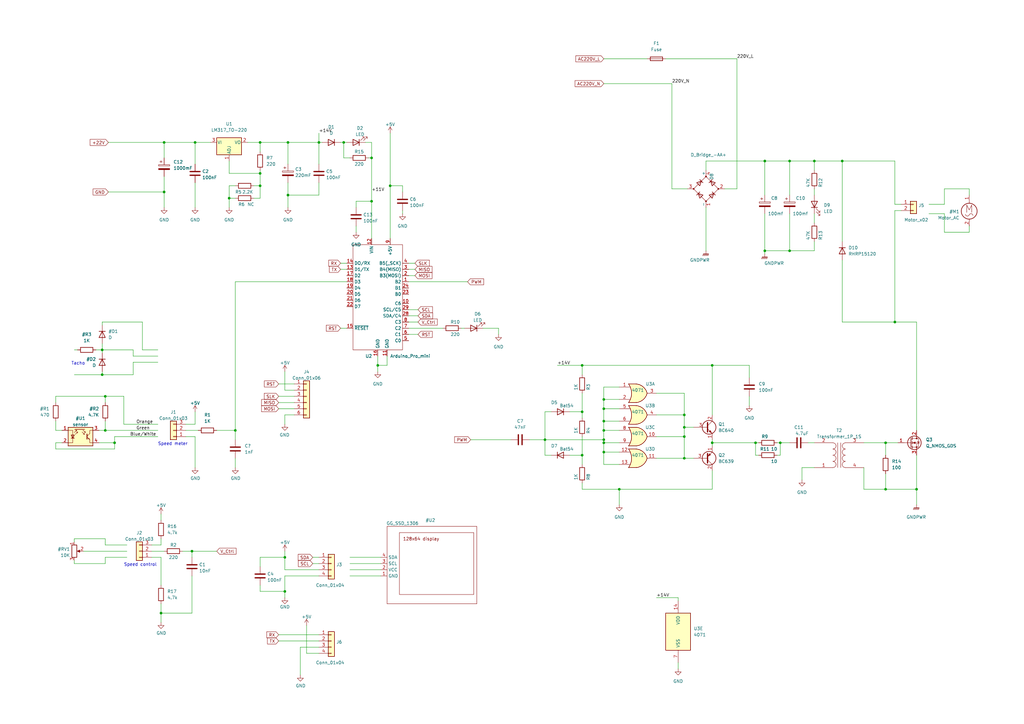
<source format=kicad_sch>
(kicad_sch (version 20211123) (generator eeschema)
  (paper "A3")
  (junction (at 116.84 228.6))
  (junction (at 116.84 242.57))
  (junction (at 118.11 80.01))
  (junction (at 323.85 102.87))
  (junction (at 247.65 176.53))
  (junction (at 247.65 163.83))
  (junction (at 41.91 153.67))
  (junction (at 280.67 175.26))
  (junction (at 247.65 180.34))
  (junction (at 130.81 58.42))
  (junction (at 320.04 181.61))
  (junction (at 313.69 66.04))
  (junction (at 43.18 176.53))
  (junction (at 280.67 179.07))
  (junction (at 292.1 149.86))
  (junction (at 363.22 181.61))
  (junction (at 152.4 82.55))
  (junction (at 334.01 66.04))
  (junction (at 309.88 181.61))
  (junction (at 247.65 181.61))
  (junction (at 292.1 181.61))
  (junction (at 363.22 200.66))
  (junction (at 152.4 64.77))
  (junction (at 93.98 81.28))
  (junction (at 67.31 78.74))
  (junction (at 106.68 58.42))
  (junction (at 238.76 149.86))
  (junction (at 140.97 58.42))
  (junction (at 66.04 251.46))
  (junction (at 43.18 162.56))
  (junction (at 323.85 66.04))
  (junction (at 67.31 58.42))
  (junction (at 375.92 200.66))
  (junction (at 367.03 132.08))
  (junction (at 280.67 187.96))
  (junction (at 223.52 180.34))
  (junction (at 247.65 185.42))
  (junction (at 280.67 170.18))
  (junction (at 41.91 143.51))
  (junction (at 106.68 71.12))
  (junction (at 238.76 168.91))
  (junction (at 106.68 76.2))
  (junction (at 78.74 226.06))
  (junction (at 154.94 149.86))
  (junction (at 80.01 58.42))
  (junction (at 96.52 176.53))
  (junction (at 313.69 102.87))
  (junction (at 118.11 58.42))
  (junction (at 254 200.66))
  (junction (at 345.44 66.04))
  (junction (at 160.02 76.2))
  (junction (at 247.65 172.72))
  (junction (at 46.99 181.61))
  (junction (at 238.76 186.69))
  (junction (at 247.65 167.64))
  (wire (pts (xy 50.8 173.99) (xy 64.77 173.99)))
  (wire (pts (xy 66.04 223.52) (xy 62.23 223.52)))
  (wire (pts (xy 387.35 77.47) (xy 387.35 83.82)))
  (wire (pts (xy 80.01 58.42) (xy 80.01 67.31)))
  (wire (pts (xy 43.18 220.98) (xy 43.18 223.52)))
  (wire (pts (xy 204.47 134.62) (xy 204.47 137.16)))
  (wire (pts (xy 76.2 179.07) (xy 80.01 179.07)))
  (wire (pts (xy 165.1 78.74) (xy 165.1 76.2)))
  (wire (pts (xy 120.65 157.48) (xy 114.3 157.48)))
  (wire (pts (xy 167.64 113.03) (xy 170.18 113.03)))
  (wire (pts (xy 96.52 187.96) (xy 96.52 191.77)))
  (wire (pts (xy 66.04 210.82) (xy 66.04 213.36)))
  (wire (pts (xy 160.02 76.2) (xy 165.1 76.2)))
  (wire (pts (xy 313.69 66.04) (xy 313.69 80.01)))
  (wire (pts (xy 367.03 86.36) (xy 367.03 132.08)))
  (wire (pts (xy 46.99 181.61) (xy 46.99 179.07)))
  (wire (pts (xy 375.92 200.66) (xy 375.92 207.01)))
  (wire (pts (xy 106.68 232.41) (xy 106.68 228.6)))
  (wire (pts (xy 46.99 184.15) (xy 46.99 181.61)))
  (wire (pts (xy 116.84 233.68) (xy 116.84 228.6)))
  (wire (pts (xy 101.6 58.42) (xy 106.68 58.42)))
  (wire (pts (xy 66.04 228.6) (xy 66.04 240.03)))
  (wire (pts (xy 43.18 162.56) (xy 43.18 165.1)))
  (wire (pts (xy 22.86 162.56) (xy 43.18 162.56)))
  (wire (pts (xy 116.84 245.11) (xy 116.84 242.57)))
  (wire (pts (xy 302.26 24.13) (xy 302.26 77.47)))
  (wire (pts (xy 125.73 267.97) (xy 130.81 267.97)))
  (wire (pts (xy 106.68 58.42) (xy 118.11 58.42)))
  (wire (pts (xy 292.1 181.61) (xy 309.88 181.61)))
  (wire (pts (xy 233.68 168.91) (xy 238.76 168.91)))
  (wire (pts (xy 247.65 181.61) (xy 254 181.61)))
  (wire (pts (xy 93.98 81.28) (xy 93.98 85.09)))
  (wire (pts (xy 78.74 236.22) (xy 78.74 251.46)))
  (wire (pts (xy 118.11 58.42) (xy 130.81 58.42)))
  (wire (pts (xy 292.1 180.34) (xy 292.1 181.61)))
  (wire (pts (xy 80.01 58.42) (xy 86.36 58.42)))
  (wire (pts (xy 96.52 76.2) (xy 93.98 76.2)))
  (wire (pts (xy 78.74 226.06) (xy 88.9 226.06)))
  (wire (pts (xy 67.31 58.42) (xy 80.01 58.42)))
  (wire (pts (xy 334.01 102.87) (xy 323.85 102.87)))
  (wire (pts (xy 43.18 223.52) (xy 52.07 223.52)))
  (wire (pts (xy 167.64 127) (xy 171.45 127)))
  (wire (pts (xy 154.94 149.86) (xy 154.94 152.4)))
  (wire (pts (xy 22.86 181.61) (xy 22.86 184.15)))
  (wire (pts (xy 278.13 271.78) (xy 278.13 274.32)))
  (wire (pts (xy 238.76 149.86) (xy 292.1 149.86)))
  (wire (pts (xy 80.01 173.99) (xy 76.2 173.99)))
  (wire (pts (xy 292.1 149.86) (xy 307.34 149.86)))
  (wire (pts (xy 247.65 185.42) (xy 247.65 190.5)))
  (wire (pts (xy 292.1 149.86) (xy 292.1 170.18)))
  (wire (pts (xy 345.44 66.04) (xy 345.44 99.06)))
  (wire (pts (xy 167.64 129.54) (xy 171.45 129.54)))
  (wire (pts (xy 116.84 152.4) (xy 116.84 160.02)))
  (wire (pts (xy 106.68 76.2) (xy 104.14 76.2)))
  (wire (pts (xy 41.91 143.51) (xy 41.91 140.97)))
  (wire (pts (xy 345.44 132.08) (xy 367.03 132.08)))
  (wire (pts (xy 238.76 200.66) (xy 254 200.66)))
  (wire (pts (xy 62.23 226.06) (xy 67.31 226.06)))
  (wire (pts (xy 238.76 186.69) (xy 238.76 190.5)))
  (wire (pts (xy 323.85 66.04) (xy 334.01 66.04)))
  (wire (pts (xy 167.64 134.62) (xy 181.61 134.62)))
  (wire (pts (xy 363.22 194.31) (xy 363.22 200.66)))
  (wire (pts (xy 167.64 107.95) (xy 170.18 107.95)))
  (wire (pts (xy 233.68 186.69) (xy 238.76 186.69)))
  (wire (pts (xy 363.22 200.66) (xy 375.92 200.66)))
  (wire (pts (xy 43.18 231.14) (xy 43.18 228.6)))
  (wire (pts (xy 247.65 163.83) (xy 254 163.83)))
  (wire (pts (xy 247.65 180.34) (xy 247.65 181.61)))
  (wire (pts (xy 62.23 228.6) (xy 66.04 228.6)))
  (wire (pts (xy 130.81 58.42) (xy 130.81 67.31)))
  (wire (pts (xy 323.85 66.04) (xy 313.69 66.04)))
  (wire (pts (xy 149.86 58.42) (xy 152.4 58.42)))
  (wire (pts (xy 269.24 187.96) (xy 280.67 187.96)))
  (wire (pts (xy 146.05 85.09) (xy 146.05 82.55)))
  (wire (pts (xy 280.67 175.26) (xy 284.48 175.26)))
  (wire (pts (xy 247.65 181.61) (xy 247.65 185.42)))
  (wire (pts (xy 334.01 87.63) (xy 334.01 91.44)))
  (wire (pts (xy 313.69 102.87) (xy 323.85 102.87)))
  (wire (pts (xy 313.69 87.63) (xy 313.69 102.87)))
  (wire (pts (xy 167.64 110.49) (xy 170.18 110.49)))
  (wire (pts (xy 269.24 179.07) (xy 280.67 179.07)))
  (wire (pts (xy 323.85 66.04) (xy 323.85 80.01)))
  (wire (pts (xy 96.52 176.53) (xy 96.52 115.57)))
  (wire (pts (xy 367.03 83.82) (xy 369.57 83.82)))
  (wire (pts (xy 54.61 146.05) (xy 64.77 146.05)))
  (wire (pts (xy 106.68 228.6) (xy 116.84 228.6)))
  (wire (pts (xy 309.88 181.61) (xy 309.88 186.69)))
  (wire (pts (xy 387.35 95.25) (xy 387.35 87.63)))
  (wire (pts (xy 118.11 74.93) (xy 118.11 80.01)))
  (wire (pts (xy 381 83.82) (xy 387.35 83.82)))
  (wire (pts (xy 238.76 179.07) (xy 238.76 186.69)))
  (wire (pts (xy 334.01 66.04) (xy 334.01 69.85)))
  (wire (pts (xy 125.73 256.54) (xy 125.73 267.97)))
  (wire (pts (xy 139.7 110.49) (xy 142.24 110.49)))
  (wire (pts (xy 146.05 82.55) (xy 152.4 82.55)))
  (wire (pts (xy 130.81 265.43) (xy 123.19 265.43)))
  (wire (pts (xy 397.51 80.01) (xy 397.51 77.47)))
  (wire (pts (xy 152.4 82.55) (xy 152.4 64.77)))
  (wire (pts (xy 223.52 180.34) (xy 223.52 186.69)))
  (wire (pts (xy 307.34 149.86) (xy 307.34 154.94)))
  (wire (pts (xy 116.84 236.22) (xy 130.81 236.22)))
  (wire (pts (xy 44.45 78.74) (xy 67.31 78.74)))
  (wire (pts (xy 93.98 66.04) (xy 93.98 71.12)))
  (wire (pts (xy 223.52 186.69) (xy 226.06 186.69)))
  (wire (pts (xy 22.86 172.72) (xy 22.86 176.53)))
  (wire (pts (xy 128.27 228.6) (xy 130.81 228.6)))
  (wire (pts (xy 139.7 107.95) (xy 142.24 107.95)))
  (wire (pts (xy 247.65 167.64) (xy 254 167.64)))
  (wire (pts (xy 41.91 132.08) (xy 41.91 133.35)))
  (wire (pts (xy 30.48 231.14) (xy 43.18 231.14)))
  (wire (pts (xy 375.92 176.53) (xy 375.92 132.08)))
  (wire (pts (xy 307.34 162.56) (xy 307.34 166.37)))
  (wire (pts (xy 54.61 148.59) (xy 54.61 153.67)))
  (wire (pts (xy 130.81 74.93) (xy 130.81 80.01)))
  (wire (pts (xy 318.77 186.69) (xy 320.04 186.69)))
  (wire (pts (xy 74.93 226.06) (xy 78.74 226.06)))
  (wire (pts (xy 238.76 168.91) (xy 238.76 171.45)))
  (wire (pts (xy 58.42 132.08) (xy 58.42 143.51)))
  (wire (pts (xy 93.98 76.2) (xy 93.98 81.28)))
  (wire (pts (xy 120.65 170.18) (xy 116.84 170.18)))
  (wire (pts (xy 128.27 231.14) (xy 130.81 231.14)))
  (wire (pts (xy 143.51 228.6) (xy 156.21 228.6)))
  (wire (pts (xy 280.67 179.07) (xy 280.67 187.96)))
  (wire (pts (xy 80.01 168.91) (xy 80.01 173.99)))
  (wire (pts (xy 247.65 176.53) (xy 247.65 180.34)))
  (wire (pts (xy 130.81 58.42) (xy 132.08 58.42)))
  (wire (pts (xy 116.84 233.68) (xy 130.81 233.68)))
  (wire (pts (xy 30.48 229.87) (xy 30.48 231.14)))
  (wire (pts (xy 345.44 66.04) (xy 367.03 66.04)))
  (wire (pts (xy 151.13 64.77) (xy 152.4 64.77)))
  (wire (pts (xy 247.65 34.29) (xy 275.59 34.29)))
  (wire (pts (xy 238.76 161.29) (xy 238.76 168.91)))
  (wire (pts (xy 331.47 181.61) (xy 334.01 181.61)))
  (wire (pts (xy 66.04 220.98) (xy 66.04 223.52)))
  (wire (pts (xy 334.01 99.06) (xy 334.01 102.87)))
  (wire (pts (xy 375.92 132.08) (xy 367.03 132.08)))
  (wire (pts (xy 247.65 172.72) (xy 254 172.72)))
  (wire (pts (xy 78.74 251.46) (xy 66.04 251.46)))
  (wire (pts (xy 93.98 81.28) (xy 96.52 81.28)))
  (wire (pts (xy 289.56 66.04) (xy 313.69 66.04)))
  (wire (pts (xy 40.64 181.61) (xy 46.99 181.61)))
  (wire (pts (xy 120.65 165.1) (xy 114.3 165.1)))
  (wire (pts (xy 67.31 64.77) (xy 67.31 58.42)))
  (wire (pts (xy 96.52 115.57) (xy 142.24 115.57)))
  (wire (pts (xy 39.37 143.51) (xy 41.91 143.51)))
  (wire (pts (xy 116.84 170.18) (xy 116.84 173.99)))
  (wire (pts (xy 139.7 134.62) (xy 142.24 134.62)))
  (wire (pts (xy 54.61 148.59) (xy 64.77 148.59)))
  (wire (pts (xy 247.65 24.13) (xy 265.43 24.13)))
  (wire (pts (xy 143.51 231.14) (xy 156.21 231.14)))
  (wire (pts (xy 106.68 242.57) (xy 116.84 242.57)))
  (wire (pts (xy 146.05 92.71) (xy 146.05 95.25)))
  (wire (pts (xy 254 200.66) (xy 292.1 200.66)))
  (wire (pts (xy 397.51 95.25) (xy 387.35 95.25)))
  (wire (pts (xy 158.75 146.05) (xy 158.75 149.86)))
  (wire (pts (xy 397.51 77.47) (xy 387.35 77.47)))
  (wire (pts (xy 280.67 175.26) (xy 280.67 179.07)))
  (wire (pts (xy 76.2 176.53) (xy 81.28 176.53)))
  (wire (pts (xy 167.64 132.08) (xy 171.45 132.08)))
  (wire (pts (xy 320.04 186.69) (xy 320.04 181.61)))
  (wire (pts (xy 30.48 153.67) (xy 41.91 153.67)))
  (wire (pts (xy 41.91 153.67) (xy 54.61 153.67)))
  (wire (pts (xy 354.33 200.66) (xy 363.22 200.66)))
  (wire (pts (xy 345.44 106.68) (xy 345.44 132.08)))
  (wire (pts (xy 93.98 71.12) (xy 106.68 71.12)))
  (wire (pts (xy 106.68 58.42) (xy 106.68 62.23)))
  (wire (pts (xy 381 87.63) (xy 387.35 87.63)))
  (wire (pts (xy 160.02 76.2) (xy 160.02 97.79)))
  (wire (pts (xy 275.59 34.29) (xy 275.59 77.47)))
  (wire (pts (xy 367.03 83.82) (xy 367.03 66.04)))
  (wire (pts (xy 116.84 228.6) (xy 116.84 226.06)))
  (wire (pts (xy 328.93 191.77) (xy 328.93 196.85)))
  (wire (pts (xy 22.86 176.53) (xy 25.4 176.53)))
  (wire (pts (xy 280.67 161.29) (xy 280.67 170.18)))
  (wire (pts (xy 323.85 87.63) (xy 323.85 102.87)))
  (wire (pts (xy 41.91 143.51) (xy 54.61 143.51)))
  (wire (pts (xy 280.67 187.96) (xy 284.48 187.96)))
  (wire (pts (xy 106.68 81.28) (xy 106.68 76.2)))
  (wire (pts (xy 289.56 85.09) (xy 289.56 102.87)))
  (wire (pts (xy 309.88 181.61) (xy 311.15 181.61)))
  (wire (pts (xy 247.65 163.83) (xy 247.65 167.64)))
  (wire (pts (xy 40.64 176.53) (xy 43.18 176.53)))
  (wire (pts (xy 116.84 242.57) (xy 116.84 236.22)))
  (wire (pts (xy 123.19 265.43) (xy 123.19 276.86)))
  (wire (pts (xy 118.11 58.42) (xy 118.11 67.31)))
  (wire (pts (xy 228.6 149.86) (xy 238.76 149.86)))
  (wire (pts (xy 280.67 170.18) (xy 280.67 175.26)))
  (wire (pts (xy 189.23 134.62) (xy 190.5 134.62)))
  (wire (pts (xy 22.86 184.15) (xy 46.99 184.15)))
  (wire (pts (xy 43.18 176.53) (xy 64.77 176.53)))
  (wire (pts (xy 369.57 86.36) (xy 367.03 86.36)))
  (wire (pts (xy 152.4 64.77) (xy 152.4 58.42)))
  (wire (pts (xy 318.77 181.61) (xy 320.04 181.61)))
  (wire (pts (xy 397.51 92.71) (xy 397.51 95.25)))
  (wire (pts (xy 254 158.75) (xy 247.65 158.75)))
  (wire (pts (xy 269.24 245.11) (xy 278.13 245.11)))
  (wire (pts (xy 80.01 74.93) (xy 80.01 85.09)))
  (wire (pts (xy 80.01 179.07) (xy 80.01 191.77)))
  (wire (pts (xy 106.68 71.12) (xy 106.68 76.2)))
  (wire (pts (xy 116.84 160.02) (xy 120.65 160.02)))
  (wire (pts (xy 143.51 233.68) (xy 156.21 233.68)))
  (wire (pts (xy 58.42 143.51) (xy 64.77 143.51)))
  (wire (pts (xy 96.52 176.53) (xy 96.52 180.34)))
  (wire (pts (xy 334.01 77.47) (xy 334.01 80.01)))
  (wire (pts (xy 247.65 190.5) (xy 254 190.5)))
  (wire (pts (xy 140.97 64.77) (xy 140.97 58.42)))
  (wire (pts (xy 375.92 200.66) (xy 375.92 186.69)))
  (wire (pts (xy 223.52 180.34) (xy 247.65 180.34)))
  (wire (pts (xy 152.4 97.79) (xy 152.4 82.55)))
  (wire (pts (xy 30.48 220.98) (xy 43.18 220.98)))
  (wire (pts (xy 269.24 170.18) (xy 280.67 170.18)))
  (wire (pts (xy 46.99 179.07) (xy 64.77 179.07)))
  (wire (pts (xy 292.1 200.66) (xy 292.1 193.04)))
  (wire (pts (xy 30.48 222.25) (xy 30.48 220.98)))
  (wire (pts (xy 278.13 245.11) (xy 278.13 246.38)))
  (wire (pts (xy 22.86 165.1) (xy 22.86 162.56)))
  (wire (pts (xy 297.18 77.47) (xy 302.26 77.47)))
  (wire (pts (xy 130.81 54.61) (xy 130.81 58.42)))
  (wire (pts (xy 313.69 102.87) (xy 313.69 104.14)))
  (wire (pts (xy 167.64 137.16) (xy 171.45 137.16)))
  (wire (pts (xy 25.4 181.61) (xy 22.86 181.61)))
  (wire (pts (xy 41.91 143.51) (xy 41.91 144.78)))
  (wire (pts (xy 66.04 247.65) (xy 66.04 251.46)))
  (wire (pts (xy 34.29 226.06) (xy 52.07 226.06)))
  (wire (pts (xy 118.11 80.01) (xy 118.11 85.09)))
  (wire (pts (xy 363.22 181.61) (xy 363.22 186.69)))
  (wire (pts (xy 269.24 161.29) (xy 280.67 161.29)))
  (wire (pts (xy 165.1 86.36) (xy 165.1 87.63)))
  (wire (pts (xy 139.7 58.42) (xy 140.97 58.42)))
  (wire (pts (xy 309.88 186.69) (xy 311.15 186.69)))
  (wire (pts (xy 143.51 236.22) (xy 156.21 236.22)))
  (wire (pts (xy 289.56 69.85) (xy 289.56 66.04)))
  (wire (pts (xy 41.91 152.4) (xy 41.91 153.67)))
  (wire (pts (xy 254 200.66) (xy 254 207.01)))
  (wire (pts (xy 154.94 146.05) (xy 154.94 149.86)))
  (wire (pts (xy 78.74 226.06) (xy 78.74 228.6)))
  (wire (pts (xy 247.65 172.72) (xy 247.65 176.53)))
  (wire (pts (xy 292.1 181.61) (xy 292.1 182.88)))
  (wire (pts (xy 158.75 149.86) (xy 154.94 149.86)))
  (wire (pts (xy 354.33 181.61) (xy 363.22 181.61)))
  (wire (pts (xy 328.93 191.77) (xy 334.01 191.77)))
  (wire (pts (xy 273.05 24.13) (xy 302.26 24.13)))
  (wire (pts (xy 88.9 176.53) (xy 96.52 176.53)))
  (wire (pts (xy 143.51 64.77) (xy 140.97 64.77)))
  (wire (pts (xy 167.64 115.57) (xy 191.77 115.57)))
  (wire (pts (xy 67.31 72.39) (xy 67.31 78.74)))
  (wire (pts (xy 238.76 198.12) (xy 238.76 200.66)))
  (wire (pts (xy 67.31 78.74) (xy 67.31 85.09)))
  (wire (pts (xy 50.8 162.56) (xy 50.8 173.99)))
  (wire (pts (xy 198.12 134.62) (xy 204.47 134.62)))
  (wire (pts (xy 114.3 262.89) (xy 130.81 262.89)))
  (wire (pts (xy 363.22 181.61) (xy 368.3 181.61)))
  (wire (pts (xy 247.65 158.75) (xy 247.65 163.83)))
  (wire (pts (xy 43.18 176.53) (xy 43.18 172.72)))
  (wire (pts (xy 226.06 168.91) (xy 223.52 168.91)))
  (wire (pts (xy 114.3 260.35) (xy 130.81 260.35)))
  (wire (pts (xy 354.33 191.77) (xy 354.33 200.66)))
  (wire (pts (xy 106.68 69.85) (xy 106.68 71.12)))
  (wire (pts (xy 334.01 66.04) (xy 345.44 66.04)))
  (wire (pts (xy 247.65 185.42) (xy 254 185.42)))
  (wire (pts (xy 320.04 181.61) (xy 323.85 181.61)))
  (wire (pts (xy 238.76 149.86) (xy 238.76 153.67)))
  (wire (pts (xy 275.59 77.47) (xy 281.94 77.47)))
  (wire (pts (xy 43.18 228.6) (xy 52.07 228.6)))
  (wire (pts (xy 43.18 162.56) (xy 50.8 162.56)))
  (wire (pts (xy 41.91 132.08) (xy 58.42 132.08)))
  (wire (pts (xy 104.14 81.28) (xy 106.68 81.28)))
  (wire (pts (xy 120.65 167.64) (xy 114.3 167.64)))
  (wire (pts (xy 247.65 167.64) (xy 247.65 172.72)))
  (wire (pts (xy 106.68 240.03) (xy 106.68 242.57)))
  (wire (pts (xy 193.04 180.34) (xy 209.55 180.34)))
  (wire (pts (xy 66.04 251.46) (xy 66.04 255.27)))
  (wire (pts (xy 30.48 143.51) (xy 31.75 143.51)))
  (wire (pts (xy 223.52 168.91) (xy 223.52 180.34)))
  (wire (pts (xy 44.45 58.42) (xy 67.31 58.42)))
  (wire (pts (xy 217.17 180.34) (xy 223.52 180.34)))
  (wire (pts (xy 54.61 143.51) (xy 54.61 146.05)))
  (wire (pts (xy 120.65 162.56) (xy 114.3 162.56)))
  (wire (pts (xy 160.02 54.61) (xy 160.02 76.2)))
  (wire (pts (xy 247.65 176.53) (xy 254 176.53)))
  (wire (pts (xy 130.81 80.01) (xy 118.11 80.01)))
  (wire (pts (xy 140.97 58.42) (xy 142.24 58.42)))
  (text "Tacho" (at 29.21 149.86 0) (effects (font (size 1.27 1.27)) (justify left bottom)))
  (text "Speed control \n" (at 50.8 232.41 0) (effects (font (size 1.27 1.27)) (justify left bottom)))
  (text "Speed meter\n" (at 64.77 182.88 0) (effects (font (size 1.27 1.27)) (justify left bottom)))
  (label "Orange" (at 55.88 173.99 0))
  (label "220V_N" (at 275.59 34.29 0))
  (label "Green" (at 55.88 176.53 0))
  (label "+14V" (at 228.6 149.86 0))
  (label "220V_L" (at 302.26 24.13 0))
  (label "+14V" (at 269.24 245.11 0))
  (label "+11V" (at 152.4 78.74 0))
  (label "+14V" (at 130.81 54.61 0))
  (label "Blue{slash}White" (at 53.34 179.07 0))
  (global_label "RX" (shape input) (at 139.7 107.95 180) (property "Références Inter-Feuilles" "${INTERSHEET_REFS}" (effects hide)))
  (global_label "V_Ctrl" (shape input) (at 171.45 132.08 0) (property "Références Inter-Feuilles" "${INTERSHEET_REFS}" (effects hide)))
  (global_label "SDA" (shape input) (at 128.27 228.6 180) (property "Références Inter-Feuilles" "${INTERSHEET_REFS}" (effects hide)))
  (global_label "MOSI" (shape input) (at 114.3 167.64 180) (property "Références Inter-Feuilles" "${INTERSHEET_REFS}" (effects hide)))
  (global_label "AC220V_N" (shape input) (at 247.65 34.29 180) (property "Intersheet References" "${INTERSHEET_REFS}" (effects hide)))
  (global_label "SCL" (shape input) (at 171.45 127 0) (property "Références Inter-Feuilles" "${INTERSHEET_REFS}" (effects hide)))
  (global_label "PWM" (shape input) (at 191.77 115.57 0) (property "Références Inter-Feuilles" "${INTERSHEET_REFS}" (effects hide)))
  (global_label "SDA" (shape input) (at 171.45 129.54 0) (property "Références Inter-Feuilles" "${INTERSHEET_REFS}" (effects hide)))
  (global_label "MISO" (shape input) (at 114.3 165.1 180) (property "Références Inter-Feuilles" "${INTERSHEET_REFS}" (effects hide)))
  (global_label "PWM" (shape input) (at 193.04 180.34 180) (property "Références Inter-Feuilles" "${INTERSHEET_REFS}" (effects hide)))
  (global_label "+22V" (shape input) (at 44.45 58.42 180) (property "Intersheet References" "${INTERSHEET_REFS}" (effects hide)))
  (global_label "RST" (shape input) (at 114.3 157.48 180) (property "Références Inter-Feuilles" "${INTERSHEET_REFS}" (effects hide)))
  (global_label "SLK" (shape input) (at 114.3 162.56 180) (property "Références Inter-Feuilles" "${INTERSHEET_REFS}" (effects hide)))
  (global_label "AC220V_L" (shape input) (at 247.65 24.13 180) (property "Intersheet References" "${INTERSHEET_REFS}" (effects hide)))
  (global_label "MISO" (shape input) (at 170.18 110.49 0) (property "Références Inter-Feuilles" "${INTERSHEET_REFS}" (effects hide)))
  (global_label "RST" (shape input) (at 139.7 134.62 180) (property "Références Inter-Feuilles" "${INTERSHEET_REFS}" (effects hide)))
  (global_label "RX" (shape input) (at 114.3 260.35 180) (property "Références Inter-Feuilles" "${INTERSHEET_REFS}" (effects hide)))
  (global_label "RST" (shape input) (at 171.45 137.16 0) (property "Références Inter-Feuilles" "${INTERSHEET_REFS}" (effects hide)))
  (global_label "V_Ctrl" (shape input) (at 88.9 226.06 0) (property "Références Inter-Feuilles" "${INTERSHEET_REFS}" (effects hide)))
  (global_label "GND" (shape input) (at 44.45 78.74 180) (property "Intersheet References" "${INTERSHEET_REFS}" (effects hide)))
  (global_label "MOSI" (shape input) (at 170.18 113.03 0) (property "Références Inter-Feuilles" "${INTERSHEET_REFS}" (effects hide)))
  (global_label "TX" (shape input) (at 114.3 262.89 180) (property "Références Inter-Feuilles" "${INTERSHEET_REFS}" (effects hide)))
  (global_label "SLK" (shape input) (at 170.18 107.95 0) (property "Références Inter-Feuilles" "${INTERSHEET_REFS}" (effects hide)))
  (global_label "TX" (shape input) (at 139.7 110.49 180) (property "Références Inter-Feuilles" "${INTERSHEET_REFS}" (effects hide)))
  (global_label "SCL" (shape input) (at 128.27 231.14 180) (property "Références Inter-Feuilles" "${INTERSHEET_REFS}" (effects hide)))
  (symbol (lib_id "power:+5V") (at 66.04 210.82 0) (unit 1)
    (property "Reference" "#PWR03" (effects hide))
    (property "Value" "+5V" (at 66.04 207.2442 0))
  )
  (symbol (lib_id "Device:R") (at 22.86 168.91 0) (unit 1)
    (property "Reference" "#R1" (at 20.32 167.6399 0) (effects (justify right)))
    (property "Value" "470" (at 20.32 170.1799 0) (effects (justify right)))
    (property "Footprint" "Resistor_SMD:R_1206_3216Metric_Pad1.30x1.75mm_HandSolder" (effects hide))
  )
  (symbol (lib_id "Connector_Generic:Conn_01x04") (at 135.89 262.89 0) (unit 1)
    (property "Reference" "J6" (at 137.922 263.3253 0) (effects (justify left)))
    (property "Value" "Conn_01x04" (at 129.54 271.78 0) (effects (justify left)))
    (property "Footprint" "PCB_Library:GG_PinHeader_1x04" (effects hide))
  )
  (symbol (lib_id "Device:C_Polarized") (at 118.11 71.12 0) (unit 1)
    (property "Reference" "C3" (at 121.031 69.3963 0) (effects (justify left)))
    (property "Value" "220mF" (at 121.031 71.9332 0) (effects (justify left)))
    (property "Footprint" "PCB_Library:CP_Radial_D8.0mm_P5.00mm" (effects hide))
  )
  (symbol (lib_id "power:GNDPWR") (at 375.92 207.01 0) (unit 1)
    (property "Reference" "#PWR024" (effects hide))
    (property "Value" "GNDPWR" (at 375.793 212.09 0))
  )
  (symbol (lib_id "power:GND") (at 67.31 85.09 0) (unit 1)
    (property "Reference" "#PWR05" (effects hide))
    (property "Value" "GND" (at 67.31 90.17 0))
  )
  (symbol (lib_name "C_4") (lib_id "Device:C") (at 78.74 232.41 0) (unit 1)
    (property "Reference" "C1" (at 81.661 231.5753 0) (effects (justify left)))
    (property "Value" "10nF" (at 81.661 234.1122 0) (effects (justify left)))
    (property "Footprint" "Capacitor_SMD:C_0805_2012Metric_Pad1.18x1.45mm_HandSolder" (effects hide))
  )
  (symbol (lib_id "power:+5V") (at 116.84 152.4 0) (mirror y) (unit 1)
    (property "Reference" "#PWR014" (effects hide))
    (property "Value" "+5V" (at 116.84 148.8242 0))
  )
  (symbol (lib_id "Device:R") (at 66.04 243.84 0) (unit 1)
    (property "Reference" "R17" (at 68.58 242.5699 0) (effects (justify left)))
    (property "Value" "4.7k" (at 68.58 245.1099 0) (effects (justify left)))
    (property "Footprint" "Resistor_SMD:R_1206_3216Metric_Pad1.30x1.75mm_HandSolder" (effects hide))
  )
  (symbol (lib_id "power:+5V") (at 125.73 256.54 0) (unit 1)
    (property "Reference" "#PWR0101" (effects hide))
    (property "Value" "+5V" (at 125.73 252.9642 0))
  )
  (symbol (lib_id "Transistor_BJT:BC636") (at 289.56 187.96 0) (mirror x) (unit 1)
    (property "Reference" "Q2" (at 294.64 186.6899 0) (effects (justify left)))
    (property "Value" "BC639" (at 294.64 189.2299 0) (effects (justify left)))
    (property "Footprint" "PCB_Library:TO-92_delta" (effects hide))
    (property "Datasheet" "https://www.onsemi.com/pub/Collateral/BC636-D.pdf" (effects hide))
  )
  (symbol (lib_id "power:GND") (at 165.1 87.63 0) (unit 1)
    (property "Reference" "#PWR018" (effects hide))
    (property "Value" "GND" (at 165.1 92.71 0))
  )
  (symbol (lib_id "power:GND") (at 146.05 95.25 0) (unit 1)
    (property "Reference" "#PWR010" (effects hide))
    (property "Value" "GND" (at 146.05 100.33 0))
  )
  (symbol (lib_id "Device:C_Polarized") (at 323.85 83.82 0) (unit 1)
    (property "Reference" "C10" (at 326.39 81.28 0) (effects (justify left)))
    (property "Value" "100mf" (at 325.12 87.63 0) (effects (justify left)))
    (property "Footprint" "PCB_Library:CP_Radial_D18.0mm_P7.50mm" (effects hide))
  )
  (symbol (lib_id "Device:R") (at 185.42 134.62 270) (unit 1)
    (property "Reference" "R10" (at 186.69 132.08 90))
    (property "Value" "220" (at 186.69 137.16 90))
    (property "Footprint" "Resistor_SMD:R_1206_3216Metric_Pad1.30x1.75mm_HandSolder" (effects hide))
  )
  (symbol (lib_id "Connector_Generic:Conn_01x06") (at 125.73 162.56 0) (unit 1)
    (property "Reference" "J4" (at 125.73 152.5102 0))
    (property "Value" "Conn_01x06" (at 125.73 155.0471 0))
    (property "Footprint" "PCB_Library:GG_PinHeader_1x06" (effects hide))
  )
  (symbol (lib_id "Device:R") (at 147.32 64.77 90) (unit 1)
    (property "Reference" "R15" (at 147.32 62.23 90))
    (property "Value" "220" (at 147.32 67.31 90))
    (property "Footprint" "Resistor_SMD:R_1206_3216Metric_Pad1.30x1.75mm_HandSolder" (effects hide))
  )
  (symbol (lib_id "Device:R") (at 334.01 73.66 180) (unit 1)
    (property "Reference" "R12" (at 336.55 74.93 90))
    (property "Value" "47K" (at 331.47 74.93 90))
    (property "Footprint" "Resistor_SMD:R_1206_3216Metric_Pad1.30x1.75mm_HandSolder" (effects hide))
  )
  (symbol (lib_id "Device:C") (at 327.66 181.61 90) (unit 1)
    (property "Reference" "C11" (at 327.66 175.26 90))
    (property "Value" "4.7uF" (at 328.93 177.8 90))
    (property "Footprint" "PCB_Library:C_Film_5.08" (effects hide))
  )
  (symbol (lib_id "power:GND") (at 93.98 85.09 0) (unit 1)
    (property "Reference" "#PWR07" (effects hide))
    (property "Value" "GND" (at 93.98 90.17 0))
  )
  (symbol (lib_id "Device:Fuse") (at 269.24 24.13 90) (unit 1)
    (property "Reference" "F1" (at 269.24 17.78 90))
    (property "Value" "Fuse" (at 269.24 20.32 90))
    (property "Footprint" "PCB_Library:Fuse_5X20" (effects hide))
  )
  (symbol (lib_name "C_2") (lib_id "Device:C") (at 146.05 88.9 0) (unit 1)
    (property "Reference" "C13" (at 148.971 88.0653 0) (effects (justify left)))
    (property "Value" "100nF" (at 148.971 90.6022 0) (effects (justify left)))
    (property "Footprint" "Capacitor_SMD:C_0805_2012Metric_Pad1.18x1.45mm_HandSolder" (effects hide))
  )
  (symbol (lib_id "Device:R") (at 71.12 226.06 270) (unit 1)
    (property "Reference" "R2" (at 71.12 223.52 90))
    (property "Value" "220" (at 71.12 228.6 90))
    (property "Footprint" "Resistor_SMD:R_1206_3216Metric_Pad1.30x1.75mm_HandSolder" (effects hide))
  )
  (symbol (lib_id "Connector_Generic:Conn_01x03") (at 57.15 226.06 180) (unit 1)
    (property "Reference" "J2" (at 57.15 218.5502 0))
    (property "Value" "Conn_01x03" (at 57.15 221.0871 0))
    (property "Footprint" "PCB_Library:JWT_1x03_P3.96mm_Vertical" (effects hide))
  )
  (symbol (lib_id "Device:R") (at 106.68 66.04 0) (unit 1)
    (property "Reference" "R7" (at 109.22 64.7699 0) (effects (justify left)))
    (property "Value" "220" (at 109.22 67.3099 0) (effects (justify left)))
    (property "Footprint" "Resistor_SMD:R_1206_3216Metric_Pad1.30x1.75mm_HandSolder" (effects hide))
  )
  (symbol (lib_id "Device:D") (at 41.91 148.59 90) (mirror x) (unit 1)
    (property "Reference" "#D2" (at 39.37 147.3199 90) (effects (justify left)))
    (property "Value" "D" (at 39.37 149.8599 90) (effects (justify left)))
    (property "Footprint" "PCB_Library:D_SMD_L" (effects hide))
  )
  (symbol (lib_id "GG_Library:GG_SSD_1306") (at 165.1 237.49 0) (unit 1)
    (property "Reference" "#U2" (at 176.53 213.36 0))
    (property "Value" "GG_SSD_1306" (at 165.1 214.63 0))
  )
  (symbol (lib_id "Device:C_Polarized") (at 67.31 68.58 0) (unit 1)
    (property "Reference" "C12" (at 71.12 66.4209 0) (effects (justify left)))
    (property "Value" "1000mF" (at 71.12 68.9609 0) (effects (justify left)))
    (property "Footprint" "PCB_Library:CP_Radial_D8.0mm_P5.00mm" (effects hide))
  )
  (symbol (lib_id "Sensor_Proximity:CNY70") (at 33.02 179.07 0) (unit 1)
    (property "Reference" "#U1" (at 33.02 171.5602 0))
    (property "Value" "sensor" (at 33.02 174.0971 0))
    (property "Footprint" "OptoDevice:Vishay_CNY70" (effects hide))
    (property "Datasheet" "https://www.vishay.com/docs/83751/cny70.pdf" (effects hide))
  )
  (symbol (lib_id "4xxx:4071") (at 261.62 179.07 0) (unit 3)
    (property "Reference" "U3" (at 266.7 175.26 0))
    (property "Value" "4071" (at 261.62 177.8 0))
    (property "Footprint" "Package_DIP:DIP-14_W8.89mm_SMDSocket_LongPads" (effects hide))
    (property "Datasheet" "http://www.intersil.com/content/dam/Intersil/documents/cd40/cd4071bms-72bms-75bms.pdf" (effects hide))
  )
  (symbol (lib_id "Device:R") (at 85.09 176.53 270) (unit 1)
    (property "Reference" "R1" (at 85.09 170.18 90))
    (property "Value" "1K" (at 85.09 172.72 90))
    (property "Footprint" "Resistor_SMD:R_1206_3216Metric_Pad1.30x1.75mm_HandSolder" (effects hide))
  )
  (symbol (lib_id "Device:R") (at 100.33 81.28 90) (unit 1)
    (property "Reference" "R6" (at 99.06 83.82 90))
    (property "Value" "NC" (at 102.87 83.82 90))
    (property "Footprint" "Resistor_SMD:R_1206_3216Metric_Pad1.30x1.75mm_HandSolder" (effects hide))
  )
  (symbol (lib_id "power:GND") (at 116.84 245.11 0) (unit 1)
    (property "Reference" "#PWR013" (effects hide))
    (property "Value" "GND" (at 116.84 248.92 0))
  )
  (symbol (lib_id "power:GND") (at 328.93 196.85 0) (unit 1)
    (property "Reference" "#PWR022" (effects hide))
    (property "Value" "GND" (at 328.93 201.93 0))
  )
  (symbol (lib_id "power:GNDPWR") (at 289.56 102.87 0) (unit 1)
    (property "Reference" "#PWR020" (effects hide))
    (property "Value" "GNDPWR" (at 287.02 106.68 0))
  )
  (symbol (lib_id "power:GND") (at 307.34 166.37 0) (unit 1)
    (property "Reference" "#PWR?" (effects hide))
    (property "Value" "GND" (at 307.34 171.45 0))
  )
  (symbol (lib_id "power:GND") (at 116.84 173.99 0) (mirror y) (unit 1)
    (property "Reference" "#PWR015" (effects hide))
    (property "Value" "GND" (at 116.713 178.3842 0))
  )
  (symbol (lib_id "Device:R") (at 363.22 190.5 0) (unit 1)
    (property "Reference" "R14" (at 365.76 189.2299 0) (effects (justify left)))
    (property "Value" "100" (at 365.76 191.7699 0) (effects (justify left)))
    (property "Footprint" "Resistor_THT:R_Axial_DIN0309_L9.0mm_D3.2mm_P12.70mm_Horizontal" (effects hide))
  )
  (symbol (lib_id "power:GND") (at 154.94 152.4 0) (unit 1)
    (property "Reference" "#PWR016" (effects hide))
    (property "Value" "GND" (at 154.94 157.48 0))
  )
  (symbol (lib_id "Device:R") (at 238.76 194.31 180) (unit 1)
    (property "Reference" "R8" (at 241.3 195.58 90))
    (property "Value" "1K" (at 236.22 195.58 90))
    (property "Footprint" "Resistor_SMD:R_1206_3216Metric_Pad1.30x1.75mm_HandSolder" (effects hide))
  )
  (symbol (lib_id "Device:D") (at 41.91 137.16 90) (mirror x) (unit 1)
    (property "Reference" "#D1" (at 44.45 135.8899 90) (effects (justify right)))
    (property "Value" "D" (at 44.45 138.4299 90) (effects (justify right)))
    (property "Footprint" "PCB_Library:D_SMD_L" (effects hide))
  )
  (symbol (lib_id "Device:R") (at 238.76 175.26 180) (unit 1)
    (property "Reference" "R4" (at 241.3 176.53 90))
    (property "Value" "1K" (at 236.22 176.53 90))
    (property "Footprint" "Resistor_SMD:R_1206_3216Metric_Pad1.30x1.75mm_HandSolder" (effects hide))
  )
  (symbol (lib_id "Device:R") (at 314.96 181.61 270) (unit 1)
    (property "Reference" "R9" (at 313.69 179.07 90))
    (property "Value" "10" (at 317.5 184.15 90))
    (property "Footprint" "Resistor_SMD:R_1206_3216Metric_Pad1.30x1.75mm_HandSolder" (effects hide))
  )
  (symbol (lib_name "Conn_01x03_1") (lib_id "Connector_Generic:Conn_01x03") (at 71.12 176.53 180) (unit 1)
    (property "Reference" "J1" (at 71.12 169.0202 0))
    (property "Value" "Conn_01x03" (at 71.12 171.5571 0))
    (property "Footprint" "PCB_Library:GG_PinHeader_1x03" (effects hide))
  )
  (symbol (lib_id "Device:D") (at 229.87 186.69 0) (unit 1)
    (property "Reference" "D7" (at 227.33 182.88 0))
    (property "Value" "Bat54" (at 232.41 184.15 0))
    (property "Footprint" "PCB_Library:D_SOT-23_ANK" (effects hide))
  )
  (symbol (lib_id "Device:C") (at 80.01 71.12 0) (unit 1)
    (property "Reference" "C2" (at 82.931 70.2853 0) (effects (justify left)))
    (property "Value" "100nF" (at 82.931 72.8222 0) (effects (justify left)))
    (property "Footprint" "LED_SMD:LED_1210_3225Metric" (effects hide))
  )
  (symbol (lib_id "Device:R") (at 43.18 168.91 0) (unit 1)
    (property "Reference" "#R2" (at 40.64 167.6399 0) (effects (justify right)))
    (property "Value" "4.7K" (at 40.64 170.1799 0) (effects (justify right)))
    (property "Footprint" "Resistor_SMD:R_1206_3216Metric_Pad1.30x1.75mm_HandSolder" (effects hide))
  )
  (symbol (lib_name "Conn_01x04_1") (lib_id "Connector_Generic:Conn_01x04") (at 135.89 231.14 0) (unit 1)
    (property "Reference" "J3" (at 137.922 231.5753 0) (effects (justify left)))
    (property "Value" "Conn_01x04" (at 129.54 240.03 0) (effects (justify left)))
    (property "Footprint" "PCB_Library:GG_PinHeader_1x04" (effects hide))
  )
  (symbol (lib_id "power:GND") (at 80.01 85.09 0) (unit 1)
    (property "Reference" "#PWR06" (effects hide))
    (property "Value" "GND" (at 80.01 90.17 0))
  )
  (symbol (lib_id "Device:R") (at 238.76 157.48 180) (unit 1)
    (property "Reference" "R3" (at 241.3 158.75 90))
    (property "Value" "1K" (at 236.22 158.75 90))
    (property "Footprint" "Resistor_SMD:R_1206_3216Metric_Pad1.30x1.75mm_HandSolder" (effects hide))
  )
  (symbol (lib_id "Device:C") (at 213.36 180.34 90) (unit 1)
    (property "Reference" "C7" (at 213.36 172.72 90))
    (property "Value" "47nF" (at 213.36 175.26 90))
    (property "Footprint" "Capacitor_SMD:C_0805_2012Metric_Pad1.18x1.45mm_HandSolder" (effects hide))
  )
  (symbol (lib_id "Device:R") (at 66.04 217.17 0) (unit 1)
    (property "Reference" "R16" (at 68.58 215.8999 0) (effects (justify left)))
    (property "Value" "4.7k" (at 68.58 218.4399 0) (effects (justify left)))
    (property "Footprint" "Resistor_SMD:R_1206_3216Metric_Pad1.30x1.75mm_HandSolder" (effects hide))
  )
  (symbol (lib_id "power:GND") (at 123.19 276.86 0) (unit 1)
    (property "Reference" "#PWR0102" (effects hide))
    (property "Value" "GND" (at 123.317 281.2542 0))
  )
  (symbol (lib_id "4xxx:4071") (at 278.13 259.08 0) (unit 5)
    (property "Reference" "U3" (at 284.48 257.8099 0) (effects (justify left)))
    (property "Value" "4071" (at 284.48 260.3499 0) (effects (justify left)))
    (property "Footprint" "Package_DIP:DIP-14_W8.89mm_SMDSocket_LongPads" (effects hide))
    (property "Datasheet" "http://www.intersil.com/content/dam/Intersil/documents/cd40/cd4071bms-72bms-75bms.pdf" (effects hide))
  )
  (symbol (lib_id "Device:LED") (at 146.05 58.42 180) (unit 1)
    (property "Reference" "D2" (at 147.6375 52.5612 0))
    (property "Value" "LED" (at 147.6375 55.0981 0))
    (property "Footprint" "LED_SMD:LED_2010_5025Metric" (effects hide))
  )
  (symbol (lib_id "Device:R") (at 334.01 95.25 180) (unit 1)
    (property "Reference" "R13" (at 336.55 96.52 90))
    (property "Value" "47K" (at 331.47 96.52 90))
    (property "Footprint" "Resistor_SMD:R_1206_3216Metric_Pad1.30x1.75mm_HandSolder" (effects hide))
  )
  (symbol (lib_id "Device:R_Potentiometer") (at 30.48 226.06 0) (unit 1)
    (property "Reference" "#RV1" (at 28.7021 225.2253 0) (effects (justify right)))
    (property "Value" "10K" (at 28.7021 227.7622 0) (effects (justify right)))
  )
  (symbol (lib_id "Device:R") (at 35.56 143.51 90) (unit 1)
    (property "Reference" "#R3" (at 35.56 137.16 90))
    (property "Value" "1K" (at 35.56 139.7 90))
    (property "Footprint" "Resistor_SMD:R_1206_3216Metric_Pad1.30x1.75mm_HandSolder" (effects hide))
  )
  (symbol (lib_id "power:GND") (at 204.47 137.16 0) (unit 1)
    (property "Reference" "#PWR019" (effects hide))
    (property "Value" "GND" (at 204.47 142.24 0))
  )
  (symbol (lib_id "Device:C") (at 307.34 158.75 180) (unit 1)
    (property "Reference" "C9" (at 311.15 157.4799 0) (effects (justify right)))
    (property "Value" "100nF" (at 311.15 160.0199 0) (effects (justify right)))
    (property "Footprint" "Capacitor_SMD:C_0805_2012Metric_Pad1.18x1.45mm_HandSolder" (effects hide))
  )
  (symbol (lib_name "C_4") (lib_id "Device:C") (at 96.52 184.15 0) (unit 1)
    (property "Reference" "C?" (at 100.33 182.8799 0) (effects (justify left)))
    (property "Value" "1nF" (at 100.33 185.4199 0) (effects (justify left)))
    (property "Footprint" "Capacitor_SMD:C_0805_2012Metric_Pad1.18x1.45mm_HandSolder" (effects hide))
  )
  (symbol (lib_id "power:GND") (at 278.13 274.32 0) (unit 1)
    (property "Reference" "#PWR09" (effects hide))
    (property "Value" "GND" (at 278.13 279.4 0))
  )
  (symbol (lib_id "Device:Q_NMOS_GDS") (at 373.38 181.61 0) (unit 1)
    (property "Reference" "Q3" (at 379.73 180.3399 0) (effects (justify left)))
    (property "Value" "Q_NMOS_GDS" (at 379.73 182.8799 0) (effects (justify left)))
    (property "Footprint" "Package_TO_SOT_THT:TO-247-3_Vertical" (effects hide))
  )
  (symbol (lib_name "C_2") (lib_id "Device:C") (at 165.1 82.55 0) (unit 1)
    (property "Reference" "C6" (at 168.021 81.7153 0) (effects (justify left)))
    (property "Value" "100nF" (at 168.021 84.2522 0) (effects (justify left)))
    (property "Footprint" "Capacitor_SMD:C_0805_2012Metric_Pad1.18x1.45mm_HandSolder" (effects hide))
  )
  (symbol (lib_id "GG_Library:Arduino_Pro_mini") (at 154.94 128.27 0) (unit 1)
    (property "Reference" "U2" (at 149.86 146.05 0) (effects (justify left)))
    (property "Value" "Arduino_Pro_mini" (at 160.02 146.05 0) (effects (justify left)))
    (property "Footprint" "PCB_Library:GG_Arduino_Pro_MiniEVB" (effects hide))
  )
  (symbol (lib_name "C_3") (lib_id "Device:C") (at 106.68 236.22 0) (unit 1)
    (property "Reference" "C4" (at 109.601 235.3853 0) (effects (justify left)))
    (property "Value" "100nF" (at 109.601 237.9222 0) (effects (justify left)))
    (property "Footprint" "Capacitor_SMD:C_0805_2012Metric_Pad1.18x1.45mm_HandSolder" (effects hide))
  )
  (symbol (lib_id "power:GND") (at 118.11 85.09 0) (unit 1)
    (property "Reference" "#PWR011" (effects hide))
    (property "Value" "GND" (at 118.11 90.17 0))
  )
  (symbol (lib_id "Device:D") (at 135.89 58.42 180) (unit 1)
    (property "Reference" "D1" (at 135.89 52.07 0))
    (property "Value" "D" (at 135.89 54.61 0))
    (property "Footprint" "Diode_THT:D_5KPW_P12.70mm_Horizontal" (effects hide))
  )
  (symbol (lib_id "power:+5V") (at 160.02 54.61 0) (unit 1)
    (property "Reference" "#PWR017" (effects hide))
    (property "Value" "+5V" (at 160.02 51.0342 0))
  )
  (symbol (lib_id "Device:C_Polarized") (at 313.69 83.82 0) (unit 1)
    (property "Reference" "C8" (at 316.23 81.28 0) (effects (justify left)))
    (property "Value" "100mf" (at 314.96 87.63 0) (effects (justify left)))
    (property "Footprint" "PCB_Library:CP_Radial_D18.0mm_P7.50mm" (effects hide))
  )
  (symbol (lib_id "Device:LED") (at 334.01 83.82 90) (unit 1)
    (property "Reference" "D9" (at 337.82 84.1374 90) (effects (justify right)))
    (property "Value" "LED" (at 337.82 86.6774 90) (effects (justify right)))
    (property "Footprint" "LED_SMD:LED_1210_3225Metric_Pad1.42x2.65mm_HandSolder" (effects hide))
  )
  (symbol (lib_id "Regulator_Linear:LM317_TO-220") (at 93.98 58.42 0) (unit 1)
    (property "Reference" "U1" (at 93.98 50.8 0))
    (property "Value" "LM317_TO-220" (at 93.98 53.34 0))
    (property "Footprint" "PCB_Library:TO-263-2" (effects hide))
    (property "Datasheet" "http://www.ti.com/lit/ds/symlink/lm317.pdf" (effects hide))
  )
  (symbol (lib_id "4xxx:4071") (at 261.62 161.29 0) (unit 1)
    (property "Reference" "U3" (at 266.7 157.48 0))
    (property "Value" "4071" (at 261.62 160.02 0))
    (property "Footprint" "Package_DIP:DIP-14_W8.89mm_SMDSocket_LongPads" (effects hide))
    (property "Datasheet" "http://www.intersil.com/content/dam/Intersil/documents/cd40/cd4071bms-72bms-75bms.pdf" (effects hide))
  )
  (symbol (lib_id "Device:D") (at 345.44 102.87 270) (unit 1)
    (property "Reference" "D10" (at 347.98 101.5999 90) (effects (justify left)))
    (property "Value" "RHRP15120" (at 347.98 104.1399 90) (effects (justify left)))
    (property "Footprint" "PCB_Library:D_TO-220-2_Vertical" (effects hide))
  )
  (symbol (lib_id "Device:Transformer_1P_1S") (at 344.17 186.69 0) (mirror x) (unit 1)
    (property "Reference" "T2" (at 344.1827 176.53 0))
    (property "Value" "Transformer_1P_1S" (at 344.1827 179.07 0))
    (property "Footprint" "PCB_Library:Transformer_Toroid_Horizontal_D18.0mm" (effects hide))
  )
  (symbol (lib_id "power:+5V") (at 116.84 226.06 0) (unit 1)
    (property "Reference" "#PWR012" (effects hide))
    (property "Value" "+5V" (at 116.84 222.4842 0))
  )
  (symbol (lib_id "Device:R") (at 314.96 186.69 270) (unit 1)
    (property "Reference" "R11" (at 313.69 184.15 90))
    (property "Value" "10" (at 317.5 189.23 90))
    (property "Footprint" "Resistor_SMD:R_1206_3216Metric_Pad1.30x1.75mm_HandSolder" (effects hide))
  )
  (symbol (lib_id "Connector_Generic:Conn_01x02") (at 374.65 83.82 0) (unit 1)
    (property "Reference" "J5" (at 376.682 84.2553 0) (effects (justify left)))
    (property "Value" "Motor_x02" (at 370.84 90.17 0) (effects (justify left)))
    (property "Footprint" "PCB_Library:MotorConnector_2" (effects hide))
  )
  (symbol (lib_id "4xxx:4071") (at 261.62 170.18 0) (unit 2)
    (property "Reference" "U3" (at 266.7 166.37 0))
    (property "Value" "4071" (at 261.62 168.91 0))
    (property "Footprint" "Package_DIP:DIP-14_W8.89mm_SMDSocket_LongPads" (effects hide))
    (property "Datasheet" "http://www.intersil.com/content/dam/Intersil/documents/cd40/cd4071bms-72bms-75bms.pdf" (effects hide))
  )
  (symbol (lib_id "power:GNDPWR") (at 313.69 104.14 0) (unit 1)
    (property "Reference" "#PWR021" (effects hide))
    (property "Value" "GNDPWR" (at 317.5 107.95 0))
  )
  (symbol (lib_id "Motor:Motor_AC") (at 397.51 85.09 0) (unit 1)
    (property "Reference" "#M1" (at 393.4968 86.7953 0) (effects (justify right)))
    (property "Value" "Motor_AC" (at 393.4968 89.3322 0) (effects (justify right)))
  )
  (symbol (lib_id "Device:R") (at 100.33 76.2 90) (unit 1)
    (property "Reference" "R5" (at 97.79 78.74 90))
    (property "Value" "2.2K" (at 101.6 78.74 90))
    (property "Footprint" "Resistor_SMD:R_1206_3216Metric_Pad1.30x1.75mm_HandSolder" (effects hide))
  )
  (symbol (lib_id "4xxx:4071") (at 261.62 187.96 0) (unit 4)
    (property "Reference" "U3" (at 266.7 184.15 0))
    (property "Value" "4071" (at 261.62 186.69 0))
    (property "Footprint" "Package_DIP:DIP-14_W8.89mm_SMDSocket_LongPads" (effects hide))
    (property "Datasheet" "http://www.intersil.com/content/dam/Intersil/documents/cd40/cd4071bms-72bms-75bms.pdf" (effects hide))
  )
  (symbol (lib_id "Device:LED") (at 194.31 134.62 180) (unit 1)
    (property "Reference" "D6" (at 195.8975 128.7612 0))
    (property "Value" "LED" (at 195.8975 131.2981 0))
    (property "Footprint" "LED_SMD:LED_2010_5025Metric" (effects hide))
  )
  (symbol (lib_id "power:+5V") (at 80.01 168.91 0) (unit 1)
    (property "Reference" "#PWR01" (effects hide))
    (property "Value" "+5V" (at 80.01 165.3342 0))
  )
  (symbol (lib_id "power:GND") (at 66.04 255.27 0) (unit 1)
    (property "Reference" "#PWR04" (effects hide))
    (property "Value" "GND" (at 66.167 259.6642 0))
  )
  (symbol (lib_id "Device:C") (at 130.81 71.12 0) (unit 1)
    (property "Reference" "C5" (at 133.731 70.2853 0) (effects (justify left)))
    (property "Value" "100nF" (at 133.731 72.8222 0) (effects (justify left)))
    (property "Footprint" "LED_SMD:LED_1210_3225Metric" (effects hide))
  )
  (symbol (lib_id "power:GND") (at 80.01 191.77 0) (unit 1)
    (property "Reference" "#PWR02" (effects hide))
    (property "Value" "GND" (at 80.137 196.1642 0))
  )
  (symbol (lib_id "Device:D") (at 229.87 168.91 0) (mirror y) (unit 1)
    (property "Reference" "D5" (at 227.33 165.1 0))
    (property "Value" "Bat54" (at 232.41 166.37 0))
    (property "Footprint" "PCB_Library:D_SOT-23_ANK" (effects hide))
  )
  (symbol (lib_id "power:GND") (at 96.52 191.77 0) (unit 1)
    (property "Reference" "#PWR?" (effects hide))
    (property "Value" "GND" (at 96.647 196.1642 0))
  )
  (symbol (lib_id "power:GND") (at 254 207.01 0) (unit 1)
    (property "Reference" "#PWR08" (effects hide))
    (property "Value" "GND" (at 254 212.09 0))
  )
  (symbol (lib_id "Device:Q_NPN_ECB") (at 289.56 175.26 0) (unit 1)
    (property "Reference" "Q1" (at 294.64 173.9899 0) (effects (justify left)))
    (property "Value" "BC640" (at 294.64 176.5299 0) (effects (justify left)))
    (property "Footprint" "PCB_Library:TO-92_delta" (effects hide))
  )
  (symbol (lib_id "Device:D_Bridge_-AA+") (at 289.56 77.47 270) (mirror x) (unit 1)
    (property "Reference" "D8" (at 291.8714 72.39 0))
    (property "Value" "D_Bridge_-AA+" (at 290.6014 63.5 90))
    (property "Footprint" "PCB_Library:Diode_Bridge_300V" (effects hide))
  )
)
</source>
